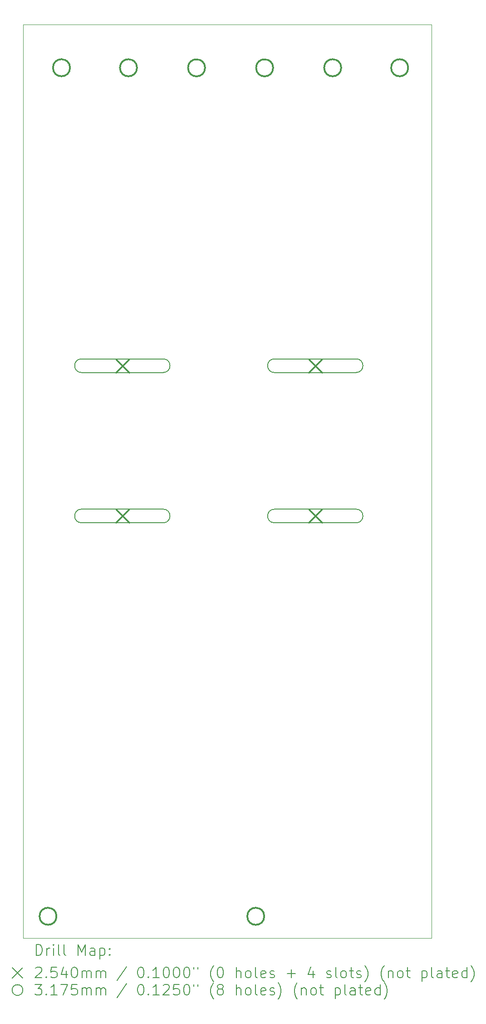
<source format=gbr>
%TF.GenerationSoftware,KiCad,Pcbnew,7.0.1*%
%TF.CreationDate,2024-07-12T17:00:14-07:00*%
%TF.ProjectId,air_foil_pcb,6169725f-666f-4696-9c5f-7063622e6b69,rev?*%
%TF.SameCoordinates,Original*%
%TF.FileFunction,Drillmap*%
%TF.FilePolarity,Positive*%
%FSLAX45Y45*%
G04 Gerber Fmt 4.5, Leading zero omitted, Abs format (unit mm)*
G04 Created by KiCad (PCBNEW 7.0.1) date 2024-07-12 17:00:14*
%MOMM*%
%LPD*%
G01*
G04 APERTURE LIST*
%ADD10C,0.100000*%
%ADD11C,0.200000*%
%ADD12C,0.254000*%
%ADD13C,0.317500*%
G04 APERTURE END LIST*
D10*
X9723120Y-1983740D02*
X2103120Y-1983740D01*
X2103120Y-19001740D01*
X9723120Y-19001740D01*
X9723120Y-1983740D01*
D11*
D12*
X3827540Y-8209230D02*
X4081540Y-8463230D01*
X4081540Y-8209230D02*
X3827540Y-8463230D01*
D11*
X3192540Y-8463230D02*
X4716540Y-8463230D01*
X4716540Y-8463230D02*
G75*
G03*
X4716540Y-8209230I0J127000D01*
G01*
X4716540Y-8209230D02*
X3192540Y-8209230D01*
X3192540Y-8209230D02*
G75*
G03*
X3192540Y-8463230I0J-127000D01*
G01*
D12*
X3827540Y-11009230D02*
X4081540Y-11263230D01*
X4081540Y-11009230D02*
X3827540Y-11263230D01*
D11*
X3192540Y-11263230D02*
X4716540Y-11263230D01*
X4716540Y-11263230D02*
G75*
G03*
X4716540Y-11009230I0J127000D01*
G01*
X4716540Y-11009230D02*
X3192540Y-11009230D01*
X3192540Y-11009230D02*
G75*
G03*
X3192540Y-11263230I0J-127000D01*
G01*
D12*
X7427540Y-8209230D02*
X7681540Y-8463230D01*
X7681540Y-8209230D02*
X7427540Y-8463230D01*
D11*
X6792540Y-8463230D02*
X8316540Y-8463230D01*
X8316540Y-8463230D02*
G75*
G03*
X8316540Y-8209230I0J127000D01*
G01*
X8316540Y-8209230D02*
X6792540Y-8209230D01*
X6792540Y-8209230D02*
G75*
G03*
X6792540Y-8463230I0J-127000D01*
G01*
D12*
X7427540Y-11009230D02*
X7681540Y-11263230D01*
X7681540Y-11009230D02*
X7427540Y-11263230D01*
D11*
X6792540Y-11263230D02*
X8316540Y-11263230D01*
X8316540Y-11263230D02*
G75*
G03*
X8316540Y-11009230I0J127000D01*
G01*
X8316540Y-11009230D02*
X6792540Y-11009230D01*
X6792540Y-11009230D02*
G75*
G03*
X6792540Y-11263230I0J-127000D01*
G01*
D13*
X2726730Y-18592800D02*
G75*
G03*
X2726730Y-18592800I-158750J0D01*
G01*
X2977830Y-2786380D02*
G75*
G03*
X2977830Y-2786380I-158750J0D01*
G01*
X4227830Y-2786380D02*
G75*
G03*
X4227830Y-2786380I-158750J0D01*
G01*
X5497830Y-2787630D02*
G75*
G03*
X5497830Y-2787630I-158750J0D01*
G01*
X6602730Y-18592800D02*
G75*
G03*
X6602730Y-18592800I-158750J0D01*
G01*
X6767830Y-2787630D02*
G75*
G03*
X6767830Y-2787630I-158750J0D01*
G01*
X8037830Y-2786380D02*
G75*
G03*
X8037830Y-2786380I-158750J0D01*
G01*
X9287830Y-2786380D02*
G75*
G03*
X9287830Y-2786380I-158750J0D01*
G01*
D11*
X2345739Y-19319264D02*
X2345739Y-19119264D01*
X2345739Y-19119264D02*
X2393358Y-19119264D01*
X2393358Y-19119264D02*
X2421930Y-19128788D01*
X2421930Y-19128788D02*
X2440977Y-19147835D01*
X2440977Y-19147835D02*
X2450501Y-19166883D01*
X2450501Y-19166883D02*
X2460025Y-19204978D01*
X2460025Y-19204978D02*
X2460025Y-19233550D01*
X2460025Y-19233550D02*
X2450501Y-19271645D01*
X2450501Y-19271645D02*
X2440977Y-19290692D01*
X2440977Y-19290692D02*
X2421930Y-19309740D01*
X2421930Y-19309740D02*
X2393358Y-19319264D01*
X2393358Y-19319264D02*
X2345739Y-19319264D01*
X2545739Y-19319264D02*
X2545739Y-19185930D01*
X2545739Y-19224026D02*
X2555263Y-19204978D01*
X2555263Y-19204978D02*
X2564787Y-19195454D01*
X2564787Y-19195454D02*
X2583834Y-19185930D01*
X2583834Y-19185930D02*
X2602882Y-19185930D01*
X2669549Y-19319264D02*
X2669549Y-19185930D01*
X2669549Y-19119264D02*
X2660025Y-19128788D01*
X2660025Y-19128788D02*
X2669549Y-19138311D01*
X2669549Y-19138311D02*
X2679072Y-19128788D01*
X2679072Y-19128788D02*
X2669549Y-19119264D01*
X2669549Y-19119264D02*
X2669549Y-19138311D01*
X2793358Y-19319264D02*
X2774310Y-19309740D01*
X2774310Y-19309740D02*
X2764787Y-19290692D01*
X2764787Y-19290692D02*
X2764787Y-19119264D01*
X2898120Y-19319264D02*
X2879072Y-19309740D01*
X2879072Y-19309740D02*
X2869548Y-19290692D01*
X2869548Y-19290692D02*
X2869548Y-19119264D01*
X3126691Y-19319264D02*
X3126691Y-19119264D01*
X3126691Y-19119264D02*
X3193358Y-19262121D01*
X3193358Y-19262121D02*
X3260025Y-19119264D01*
X3260025Y-19119264D02*
X3260025Y-19319264D01*
X3440977Y-19319264D02*
X3440977Y-19214502D01*
X3440977Y-19214502D02*
X3431453Y-19195454D01*
X3431453Y-19195454D02*
X3412406Y-19185930D01*
X3412406Y-19185930D02*
X3374310Y-19185930D01*
X3374310Y-19185930D02*
X3355263Y-19195454D01*
X3440977Y-19309740D02*
X3421929Y-19319264D01*
X3421929Y-19319264D02*
X3374310Y-19319264D01*
X3374310Y-19319264D02*
X3355263Y-19309740D01*
X3355263Y-19309740D02*
X3345739Y-19290692D01*
X3345739Y-19290692D02*
X3345739Y-19271645D01*
X3345739Y-19271645D02*
X3355263Y-19252597D01*
X3355263Y-19252597D02*
X3374310Y-19243073D01*
X3374310Y-19243073D02*
X3421929Y-19243073D01*
X3421929Y-19243073D02*
X3440977Y-19233550D01*
X3536215Y-19185930D02*
X3536215Y-19385930D01*
X3536215Y-19195454D02*
X3555263Y-19185930D01*
X3555263Y-19185930D02*
X3593358Y-19185930D01*
X3593358Y-19185930D02*
X3612406Y-19195454D01*
X3612406Y-19195454D02*
X3621929Y-19204978D01*
X3621929Y-19204978D02*
X3631453Y-19224026D01*
X3631453Y-19224026D02*
X3631453Y-19281169D01*
X3631453Y-19281169D02*
X3621929Y-19300216D01*
X3621929Y-19300216D02*
X3612406Y-19309740D01*
X3612406Y-19309740D02*
X3593358Y-19319264D01*
X3593358Y-19319264D02*
X3555263Y-19319264D01*
X3555263Y-19319264D02*
X3536215Y-19309740D01*
X3717168Y-19300216D02*
X3726691Y-19309740D01*
X3726691Y-19309740D02*
X3717168Y-19319264D01*
X3717168Y-19319264D02*
X3707644Y-19309740D01*
X3707644Y-19309740D02*
X3717168Y-19300216D01*
X3717168Y-19300216D02*
X3717168Y-19319264D01*
X3717168Y-19195454D02*
X3726691Y-19204978D01*
X3726691Y-19204978D02*
X3717168Y-19214502D01*
X3717168Y-19214502D02*
X3707644Y-19204978D01*
X3707644Y-19204978D02*
X3717168Y-19195454D01*
X3717168Y-19195454D02*
X3717168Y-19214502D01*
X1898120Y-19546740D02*
X2098120Y-19746740D01*
X2098120Y-19546740D02*
X1898120Y-19746740D01*
X2336215Y-19558311D02*
X2345739Y-19548788D01*
X2345739Y-19548788D02*
X2364787Y-19539264D01*
X2364787Y-19539264D02*
X2412406Y-19539264D01*
X2412406Y-19539264D02*
X2431453Y-19548788D01*
X2431453Y-19548788D02*
X2440977Y-19558311D01*
X2440977Y-19558311D02*
X2450501Y-19577359D01*
X2450501Y-19577359D02*
X2450501Y-19596407D01*
X2450501Y-19596407D02*
X2440977Y-19624978D01*
X2440977Y-19624978D02*
X2326691Y-19739264D01*
X2326691Y-19739264D02*
X2450501Y-19739264D01*
X2536215Y-19720216D02*
X2545739Y-19729740D01*
X2545739Y-19729740D02*
X2536215Y-19739264D01*
X2536215Y-19739264D02*
X2526691Y-19729740D01*
X2526691Y-19729740D02*
X2536215Y-19720216D01*
X2536215Y-19720216D02*
X2536215Y-19739264D01*
X2726691Y-19539264D02*
X2631453Y-19539264D01*
X2631453Y-19539264D02*
X2621930Y-19634502D01*
X2621930Y-19634502D02*
X2631453Y-19624978D01*
X2631453Y-19624978D02*
X2650501Y-19615454D01*
X2650501Y-19615454D02*
X2698120Y-19615454D01*
X2698120Y-19615454D02*
X2717168Y-19624978D01*
X2717168Y-19624978D02*
X2726691Y-19634502D01*
X2726691Y-19634502D02*
X2736215Y-19653550D01*
X2736215Y-19653550D02*
X2736215Y-19701169D01*
X2736215Y-19701169D02*
X2726691Y-19720216D01*
X2726691Y-19720216D02*
X2717168Y-19729740D01*
X2717168Y-19729740D02*
X2698120Y-19739264D01*
X2698120Y-19739264D02*
X2650501Y-19739264D01*
X2650501Y-19739264D02*
X2631453Y-19729740D01*
X2631453Y-19729740D02*
X2621930Y-19720216D01*
X2907644Y-19605930D02*
X2907644Y-19739264D01*
X2860025Y-19529740D02*
X2812406Y-19672597D01*
X2812406Y-19672597D02*
X2936215Y-19672597D01*
X3050501Y-19539264D02*
X3069549Y-19539264D01*
X3069549Y-19539264D02*
X3088596Y-19548788D01*
X3088596Y-19548788D02*
X3098120Y-19558311D01*
X3098120Y-19558311D02*
X3107644Y-19577359D01*
X3107644Y-19577359D02*
X3117168Y-19615454D01*
X3117168Y-19615454D02*
X3117168Y-19663073D01*
X3117168Y-19663073D02*
X3107644Y-19701169D01*
X3107644Y-19701169D02*
X3098120Y-19720216D01*
X3098120Y-19720216D02*
X3088596Y-19729740D01*
X3088596Y-19729740D02*
X3069549Y-19739264D01*
X3069549Y-19739264D02*
X3050501Y-19739264D01*
X3050501Y-19739264D02*
X3031453Y-19729740D01*
X3031453Y-19729740D02*
X3021929Y-19720216D01*
X3021929Y-19720216D02*
X3012406Y-19701169D01*
X3012406Y-19701169D02*
X3002882Y-19663073D01*
X3002882Y-19663073D02*
X3002882Y-19615454D01*
X3002882Y-19615454D02*
X3012406Y-19577359D01*
X3012406Y-19577359D02*
X3021929Y-19558311D01*
X3021929Y-19558311D02*
X3031453Y-19548788D01*
X3031453Y-19548788D02*
X3050501Y-19539264D01*
X3202882Y-19739264D02*
X3202882Y-19605930D01*
X3202882Y-19624978D02*
X3212406Y-19615454D01*
X3212406Y-19615454D02*
X3231453Y-19605930D01*
X3231453Y-19605930D02*
X3260025Y-19605930D01*
X3260025Y-19605930D02*
X3279072Y-19615454D01*
X3279072Y-19615454D02*
X3288596Y-19634502D01*
X3288596Y-19634502D02*
X3288596Y-19739264D01*
X3288596Y-19634502D02*
X3298120Y-19615454D01*
X3298120Y-19615454D02*
X3317168Y-19605930D01*
X3317168Y-19605930D02*
X3345739Y-19605930D01*
X3345739Y-19605930D02*
X3364787Y-19615454D01*
X3364787Y-19615454D02*
X3374310Y-19634502D01*
X3374310Y-19634502D02*
X3374310Y-19739264D01*
X3469549Y-19739264D02*
X3469549Y-19605930D01*
X3469549Y-19624978D02*
X3479072Y-19615454D01*
X3479072Y-19615454D02*
X3498120Y-19605930D01*
X3498120Y-19605930D02*
X3526691Y-19605930D01*
X3526691Y-19605930D02*
X3545739Y-19615454D01*
X3545739Y-19615454D02*
X3555263Y-19634502D01*
X3555263Y-19634502D02*
X3555263Y-19739264D01*
X3555263Y-19634502D02*
X3564787Y-19615454D01*
X3564787Y-19615454D02*
X3583834Y-19605930D01*
X3583834Y-19605930D02*
X3612406Y-19605930D01*
X3612406Y-19605930D02*
X3631453Y-19615454D01*
X3631453Y-19615454D02*
X3640977Y-19634502D01*
X3640977Y-19634502D02*
X3640977Y-19739264D01*
X4031453Y-19529740D02*
X3860025Y-19786883D01*
X4288596Y-19539264D02*
X4307644Y-19539264D01*
X4307644Y-19539264D02*
X4326692Y-19548788D01*
X4326692Y-19548788D02*
X4336215Y-19558311D01*
X4336215Y-19558311D02*
X4345739Y-19577359D01*
X4345739Y-19577359D02*
X4355263Y-19615454D01*
X4355263Y-19615454D02*
X4355263Y-19663073D01*
X4355263Y-19663073D02*
X4345739Y-19701169D01*
X4345739Y-19701169D02*
X4336215Y-19720216D01*
X4336215Y-19720216D02*
X4326692Y-19729740D01*
X4326692Y-19729740D02*
X4307644Y-19739264D01*
X4307644Y-19739264D02*
X4288596Y-19739264D01*
X4288596Y-19739264D02*
X4269549Y-19729740D01*
X4269549Y-19729740D02*
X4260025Y-19720216D01*
X4260025Y-19720216D02*
X4250501Y-19701169D01*
X4250501Y-19701169D02*
X4240977Y-19663073D01*
X4240977Y-19663073D02*
X4240977Y-19615454D01*
X4240977Y-19615454D02*
X4250501Y-19577359D01*
X4250501Y-19577359D02*
X4260025Y-19558311D01*
X4260025Y-19558311D02*
X4269549Y-19548788D01*
X4269549Y-19548788D02*
X4288596Y-19539264D01*
X4440977Y-19720216D02*
X4450501Y-19729740D01*
X4450501Y-19729740D02*
X4440977Y-19739264D01*
X4440977Y-19739264D02*
X4431454Y-19729740D01*
X4431454Y-19729740D02*
X4440977Y-19720216D01*
X4440977Y-19720216D02*
X4440977Y-19739264D01*
X4640977Y-19739264D02*
X4526692Y-19739264D01*
X4583834Y-19739264D02*
X4583834Y-19539264D01*
X4583834Y-19539264D02*
X4564787Y-19567835D01*
X4564787Y-19567835D02*
X4545739Y-19586883D01*
X4545739Y-19586883D02*
X4526692Y-19596407D01*
X4764787Y-19539264D02*
X4783835Y-19539264D01*
X4783835Y-19539264D02*
X4802882Y-19548788D01*
X4802882Y-19548788D02*
X4812406Y-19558311D01*
X4812406Y-19558311D02*
X4821930Y-19577359D01*
X4821930Y-19577359D02*
X4831454Y-19615454D01*
X4831454Y-19615454D02*
X4831454Y-19663073D01*
X4831454Y-19663073D02*
X4821930Y-19701169D01*
X4821930Y-19701169D02*
X4812406Y-19720216D01*
X4812406Y-19720216D02*
X4802882Y-19729740D01*
X4802882Y-19729740D02*
X4783835Y-19739264D01*
X4783835Y-19739264D02*
X4764787Y-19739264D01*
X4764787Y-19739264D02*
X4745739Y-19729740D01*
X4745739Y-19729740D02*
X4736215Y-19720216D01*
X4736215Y-19720216D02*
X4726692Y-19701169D01*
X4726692Y-19701169D02*
X4717168Y-19663073D01*
X4717168Y-19663073D02*
X4717168Y-19615454D01*
X4717168Y-19615454D02*
X4726692Y-19577359D01*
X4726692Y-19577359D02*
X4736215Y-19558311D01*
X4736215Y-19558311D02*
X4745739Y-19548788D01*
X4745739Y-19548788D02*
X4764787Y-19539264D01*
X4955263Y-19539264D02*
X4974311Y-19539264D01*
X4974311Y-19539264D02*
X4993358Y-19548788D01*
X4993358Y-19548788D02*
X5002882Y-19558311D01*
X5002882Y-19558311D02*
X5012406Y-19577359D01*
X5012406Y-19577359D02*
X5021930Y-19615454D01*
X5021930Y-19615454D02*
X5021930Y-19663073D01*
X5021930Y-19663073D02*
X5012406Y-19701169D01*
X5012406Y-19701169D02*
X5002882Y-19720216D01*
X5002882Y-19720216D02*
X4993358Y-19729740D01*
X4993358Y-19729740D02*
X4974311Y-19739264D01*
X4974311Y-19739264D02*
X4955263Y-19739264D01*
X4955263Y-19739264D02*
X4936215Y-19729740D01*
X4936215Y-19729740D02*
X4926692Y-19720216D01*
X4926692Y-19720216D02*
X4917168Y-19701169D01*
X4917168Y-19701169D02*
X4907644Y-19663073D01*
X4907644Y-19663073D02*
X4907644Y-19615454D01*
X4907644Y-19615454D02*
X4917168Y-19577359D01*
X4917168Y-19577359D02*
X4926692Y-19558311D01*
X4926692Y-19558311D02*
X4936215Y-19548788D01*
X4936215Y-19548788D02*
X4955263Y-19539264D01*
X5145739Y-19539264D02*
X5164787Y-19539264D01*
X5164787Y-19539264D02*
X5183835Y-19548788D01*
X5183835Y-19548788D02*
X5193358Y-19558311D01*
X5193358Y-19558311D02*
X5202882Y-19577359D01*
X5202882Y-19577359D02*
X5212406Y-19615454D01*
X5212406Y-19615454D02*
X5212406Y-19663073D01*
X5212406Y-19663073D02*
X5202882Y-19701169D01*
X5202882Y-19701169D02*
X5193358Y-19720216D01*
X5193358Y-19720216D02*
X5183835Y-19729740D01*
X5183835Y-19729740D02*
X5164787Y-19739264D01*
X5164787Y-19739264D02*
X5145739Y-19739264D01*
X5145739Y-19739264D02*
X5126692Y-19729740D01*
X5126692Y-19729740D02*
X5117168Y-19720216D01*
X5117168Y-19720216D02*
X5107644Y-19701169D01*
X5107644Y-19701169D02*
X5098120Y-19663073D01*
X5098120Y-19663073D02*
X5098120Y-19615454D01*
X5098120Y-19615454D02*
X5107644Y-19577359D01*
X5107644Y-19577359D02*
X5117168Y-19558311D01*
X5117168Y-19558311D02*
X5126692Y-19548788D01*
X5126692Y-19548788D02*
X5145739Y-19539264D01*
X5288596Y-19539264D02*
X5288596Y-19577359D01*
X5364787Y-19539264D02*
X5364787Y-19577359D01*
X5660025Y-19815454D02*
X5650501Y-19805930D01*
X5650501Y-19805930D02*
X5631454Y-19777359D01*
X5631454Y-19777359D02*
X5621930Y-19758311D01*
X5621930Y-19758311D02*
X5612406Y-19729740D01*
X5612406Y-19729740D02*
X5602882Y-19682121D01*
X5602882Y-19682121D02*
X5602882Y-19644026D01*
X5602882Y-19644026D02*
X5612406Y-19596407D01*
X5612406Y-19596407D02*
X5621930Y-19567835D01*
X5621930Y-19567835D02*
X5631454Y-19548788D01*
X5631454Y-19548788D02*
X5650501Y-19520216D01*
X5650501Y-19520216D02*
X5660025Y-19510692D01*
X5774311Y-19539264D02*
X5793358Y-19539264D01*
X5793358Y-19539264D02*
X5812406Y-19548788D01*
X5812406Y-19548788D02*
X5821930Y-19558311D01*
X5821930Y-19558311D02*
X5831454Y-19577359D01*
X5831454Y-19577359D02*
X5840977Y-19615454D01*
X5840977Y-19615454D02*
X5840977Y-19663073D01*
X5840977Y-19663073D02*
X5831454Y-19701169D01*
X5831454Y-19701169D02*
X5821930Y-19720216D01*
X5821930Y-19720216D02*
X5812406Y-19729740D01*
X5812406Y-19729740D02*
X5793358Y-19739264D01*
X5793358Y-19739264D02*
X5774311Y-19739264D01*
X5774311Y-19739264D02*
X5755263Y-19729740D01*
X5755263Y-19729740D02*
X5745739Y-19720216D01*
X5745739Y-19720216D02*
X5736215Y-19701169D01*
X5736215Y-19701169D02*
X5726692Y-19663073D01*
X5726692Y-19663073D02*
X5726692Y-19615454D01*
X5726692Y-19615454D02*
X5736215Y-19577359D01*
X5736215Y-19577359D02*
X5745739Y-19558311D01*
X5745739Y-19558311D02*
X5755263Y-19548788D01*
X5755263Y-19548788D02*
X5774311Y-19539264D01*
X6079073Y-19739264D02*
X6079073Y-19539264D01*
X6164787Y-19739264D02*
X6164787Y-19634502D01*
X6164787Y-19634502D02*
X6155263Y-19615454D01*
X6155263Y-19615454D02*
X6136216Y-19605930D01*
X6136216Y-19605930D02*
X6107644Y-19605930D01*
X6107644Y-19605930D02*
X6088596Y-19615454D01*
X6088596Y-19615454D02*
X6079073Y-19624978D01*
X6288596Y-19739264D02*
X6269549Y-19729740D01*
X6269549Y-19729740D02*
X6260025Y-19720216D01*
X6260025Y-19720216D02*
X6250501Y-19701169D01*
X6250501Y-19701169D02*
X6250501Y-19644026D01*
X6250501Y-19644026D02*
X6260025Y-19624978D01*
X6260025Y-19624978D02*
X6269549Y-19615454D01*
X6269549Y-19615454D02*
X6288596Y-19605930D01*
X6288596Y-19605930D02*
X6317168Y-19605930D01*
X6317168Y-19605930D02*
X6336216Y-19615454D01*
X6336216Y-19615454D02*
X6345739Y-19624978D01*
X6345739Y-19624978D02*
X6355263Y-19644026D01*
X6355263Y-19644026D02*
X6355263Y-19701169D01*
X6355263Y-19701169D02*
X6345739Y-19720216D01*
X6345739Y-19720216D02*
X6336216Y-19729740D01*
X6336216Y-19729740D02*
X6317168Y-19739264D01*
X6317168Y-19739264D02*
X6288596Y-19739264D01*
X6469549Y-19739264D02*
X6450501Y-19729740D01*
X6450501Y-19729740D02*
X6440977Y-19710692D01*
X6440977Y-19710692D02*
X6440977Y-19539264D01*
X6621930Y-19729740D02*
X6602882Y-19739264D01*
X6602882Y-19739264D02*
X6564787Y-19739264D01*
X6564787Y-19739264D02*
X6545739Y-19729740D01*
X6545739Y-19729740D02*
X6536216Y-19710692D01*
X6536216Y-19710692D02*
X6536216Y-19634502D01*
X6536216Y-19634502D02*
X6545739Y-19615454D01*
X6545739Y-19615454D02*
X6564787Y-19605930D01*
X6564787Y-19605930D02*
X6602882Y-19605930D01*
X6602882Y-19605930D02*
X6621930Y-19615454D01*
X6621930Y-19615454D02*
X6631454Y-19634502D01*
X6631454Y-19634502D02*
X6631454Y-19653550D01*
X6631454Y-19653550D02*
X6536216Y-19672597D01*
X6707644Y-19729740D02*
X6726692Y-19739264D01*
X6726692Y-19739264D02*
X6764787Y-19739264D01*
X6764787Y-19739264D02*
X6783835Y-19729740D01*
X6783835Y-19729740D02*
X6793358Y-19710692D01*
X6793358Y-19710692D02*
X6793358Y-19701169D01*
X6793358Y-19701169D02*
X6783835Y-19682121D01*
X6783835Y-19682121D02*
X6764787Y-19672597D01*
X6764787Y-19672597D02*
X6736216Y-19672597D01*
X6736216Y-19672597D02*
X6717168Y-19663073D01*
X6717168Y-19663073D02*
X6707644Y-19644026D01*
X6707644Y-19644026D02*
X6707644Y-19634502D01*
X6707644Y-19634502D02*
X6717168Y-19615454D01*
X6717168Y-19615454D02*
X6736216Y-19605930D01*
X6736216Y-19605930D02*
X6764787Y-19605930D01*
X6764787Y-19605930D02*
X6783835Y-19615454D01*
X7031454Y-19663073D02*
X7183835Y-19663073D01*
X7107644Y-19739264D02*
X7107644Y-19586883D01*
X7517168Y-19605930D02*
X7517168Y-19739264D01*
X7469549Y-19529740D02*
X7421930Y-19672597D01*
X7421930Y-19672597D02*
X7545739Y-19672597D01*
X7764787Y-19729740D02*
X7783835Y-19739264D01*
X7783835Y-19739264D02*
X7821930Y-19739264D01*
X7821930Y-19739264D02*
X7840978Y-19729740D01*
X7840978Y-19729740D02*
X7850501Y-19710692D01*
X7850501Y-19710692D02*
X7850501Y-19701169D01*
X7850501Y-19701169D02*
X7840978Y-19682121D01*
X7840978Y-19682121D02*
X7821930Y-19672597D01*
X7821930Y-19672597D02*
X7793359Y-19672597D01*
X7793359Y-19672597D02*
X7774311Y-19663073D01*
X7774311Y-19663073D02*
X7764787Y-19644026D01*
X7764787Y-19644026D02*
X7764787Y-19634502D01*
X7764787Y-19634502D02*
X7774311Y-19615454D01*
X7774311Y-19615454D02*
X7793359Y-19605930D01*
X7793359Y-19605930D02*
X7821930Y-19605930D01*
X7821930Y-19605930D02*
X7840978Y-19615454D01*
X7964787Y-19739264D02*
X7945740Y-19729740D01*
X7945740Y-19729740D02*
X7936216Y-19710692D01*
X7936216Y-19710692D02*
X7936216Y-19539264D01*
X8069549Y-19739264D02*
X8050501Y-19729740D01*
X8050501Y-19729740D02*
X8040978Y-19720216D01*
X8040978Y-19720216D02*
X8031454Y-19701169D01*
X8031454Y-19701169D02*
X8031454Y-19644026D01*
X8031454Y-19644026D02*
X8040978Y-19624978D01*
X8040978Y-19624978D02*
X8050501Y-19615454D01*
X8050501Y-19615454D02*
X8069549Y-19605930D01*
X8069549Y-19605930D02*
X8098121Y-19605930D01*
X8098121Y-19605930D02*
X8117168Y-19615454D01*
X8117168Y-19615454D02*
X8126692Y-19624978D01*
X8126692Y-19624978D02*
X8136216Y-19644026D01*
X8136216Y-19644026D02*
X8136216Y-19701169D01*
X8136216Y-19701169D02*
X8126692Y-19720216D01*
X8126692Y-19720216D02*
X8117168Y-19729740D01*
X8117168Y-19729740D02*
X8098121Y-19739264D01*
X8098121Y-19739264D02*
X8069549Y-19739264D01*
X8193359Y-19605930D02*
X8269549Y-19605930D01*
X8221930Y-19539264D02*
X8221930Y-19710692D01*
X8221930Y-19710692D02*
X8231454Y-19729740D01*
X8231454Y-19729740D02*
X8250501Y-19739264D01*
X8250501Y-19739264D02*
X8269549Y-19739264D01*
X8326692Y-19729740D02*
X8345740Y-19739264D01*
X8345740Y-19739264D02*
X8383835Y-19739264D01*
X8383835Y-19739264D02*
X8402883Y-19729740D01*
X8402883Y-19729740D02*
X8412406Y-19710692D01*
X8412406Y-19710692D02*
X8412406Y-19701169D01*
X8412406Y-19701169D02*
X8402883Y-19682121D01*
X8402883Y-19682121D02*
X8383835Y-19672597D01*
X8383835Y-19672597D02*
X8355263Y-19672597D01*
X8355263Y-19672597D02*
X8336216Y-19663073D01*
X8336216Y-19663073D02*
X8326692Y-19644026D01*
X8326692Y-19644026D02*
X8326692Y-19634502D01*
X8326692Y-19634502D02*
X8336216Y-19615454D01*
X8336216Y-19615454D02*
X8355263Y-19605930D01*
X8355263Y-19605930D02*
X8383835Y-19605930D01*
X8383835Y-19605930D02*
X8402883Y-19615454D01*
X8479073Y-19815454D02*
X8488597Y-19805930D01*
X8488597Y-19805930D02*
X8507644Y-19777359D01*
X8507644Y-19777359D02*
X8517168Y-19758311D01*
X8517168Y-19758311D02*
X8526692Y-19729740D01*
X8526692Y-19729740D02*
X8536216Y-19682121D01*
X8536216Y-19682121D02*
X8536216Y-19644026D01*
X8536216Y-19644026D02*
X8526692Y-19596407D01*
X8526692Y-19596407D02*
X8517168Y-19567835D01*
X8517168Y-19567835D02*
X8507644Y-19548788D01*
X8507644Y-19548788D02*
X8488597Y-19520216D01*
X8488597Y-19520216D02*
X8479073Y-19510692D01*
X8840978Y-19815454D02*
X8831454Y-19805930D01*
X8831454Y-19805930D02*
X8812406Y-19777359D01*
X8812406Y-19777359D02*
X8802883Y-19758311D01*
X8802883Y-19758311D02*
X8793359Y-19729740D01*
X8793359Y-19729740D02*
X8783835Y-19682121D01*
X8783835Y-19682121D02*
X8783835Y-19644026D01*
X8783835Y-19644026D02*
X8793359Y-19596407D01*
X8793359Y-19596407D02*
X8802883Y-19567835D01*
X8802883Y-19567835D02*
X8812406Y-19548788D01*
X8812406Y-19548788D02*
X8831454Y-19520216D01*
X8831454Y-19520216D02*
X8840978Y-19510692D01*
X8917168Y-19605930D02*
X8917168Y-19739264D01*
X8917168Y-19624978D02*
X8926692Y-19615454D01*
X8926692Y-19615454D02*
X8945740Y-19605930D01*
X8945740Y-19605930D02*
X8974311Y-19605930D01*
X8974311Y-19605930D02*
X8993359Y-19615454D01*
X8993359Y-19615454D02*
X9002883Y-19634502D01*
X9002883Y-19634502D02*
X9002883Y-19739264D01*
X9126692Y-19739264D02*
X9107644Y-19729740D01*
X9107644Y-19729740D02*
X9098121Y-19720216D01*
X9098121Y-19720216D02*
X9088597Y-19701169D01*
X9088597Y-19701169D02*
X9088597Y-19644026D01*
X9088597Y-19644026D02*
X9098121Y-19624978D01*
X9098121Y-19624978D02*
X9107644Y-19615454D01*
X9107644Y-19615454D02*
X9126692Y-19605930D01*
X9126692Y-19605930D02*
X9155264Y-19605930D01*
X9155264Y-19605930D02*
X9174311Y-19615454D01*
X9174311Y-19615454D02*
X9183835Y-19624978D01*
X9183835Y-19624978D02*
X9193359Y-19644026D01*
X9193359Y-19644026D02*
X9193359Y-19701169D01*
X9193359Y-19701169D02*
X9183835Y-19720216D01*
X9183835Y-19720216D02*
X9174311Y-19729740D01*
X9174311Y-19729740D02*
X9155264Y-19739264D01*
X9155264Y-19739264D02*
X9126692Y-19739264D01*
X9250502Y-19605930D02*
X9326692Y-19605930D01*
X9279073Y-19539264D02*
X9279073Y-19710692D01*
X9279073Y-19710692D02*
X9288597Y-19729740D01*
X9288597Y-19729740D02*
X9307644Y-19739264D01*
X9307644Y-19739264D02*
X9326692Y-19739264D01*
X9545740Y-19605930D02*
X9545740Y-19805930D01*
X9545740Y-19615454D02*
X9564787Y-19605930D01*
X9564787Y-19605930D02*
X9602883Y-19605930D01*
X9602883Y-19605930D02*
X9621930Y-19615454D01*
X9621930Y-19615454D02*
X9631454Y-19624978D01*
X9631454Y-19624978D02*
X9640978Y-19644026D01*
X9640978Y-19644026D02*
X9640978Y-19701169D01*
X9640978Y-19701169D02*
X9631454Y-19720216D01*
X9631454Y-19720216D02*
X9621930Y-19729740D01*
X9621930Y-19729740D02*
X9602883Y-19739264D01*
X9602883Y-19739264D02*
X9564787Y-19739264D01*
X9564787Y-19739264D02*
X9545740Y-19729740D01*
X9755264Y-19739264D02*
X9736216Y-19729740D01*
X9736216Y-19729740D02*
X9726692Y-19710692D01*
X9726692Y-19710692D02*
X9726692Y-19539264D01*
X9917168Y-19739264D02*
X9917168Y-19634502D01*
X9917168Y-19634502D02*
X9907645Y-19615454D01*
X9907645Y-19615454D02*
X9888597Y-19605930D01*
X9888597Y-19605930D02*
X9850502Y-19605930D01*
X9850502Y-19605930D02*
X9831454Y-19615454D01*
X9917168Y-19729740D02*
X9898121Y-19739264D01*
X9898121Y-19739264D02*
X9850502Y-19739264D01*
X9850502Y-19739264D02*
X9831454Y-19729740D01*
X9831454Y-19729740D02*
X9821930Y-19710692D01*
X9821930Y-19710692D02*
X9821930Y-19691645D01*
X9821930Y-19691645D02*
X9831454Y-19672597D01*
X9831454Y-19672597D02*
X9850502Y-19663073D01*
X9850502Y-19663073D02*
X9898121Y-19663073D01*
X9898121Y-19663073D02*
X9917168Y-19653550D01*
X9983835Y-19605930D02*
X10060025Y-19605930D01*
X10012406Y-19539264D02*
X10012406Y-19710692D01*
X10012406Y-19710692D02*
X10021930Y-19729740D01*
X10021930Y-19729740D02*
X10040978Y-19739264D01*
X10040978Y-19739264D02*
X10060025Y-19739264D01*
X10202883Y-19729740D02*
X10183835Y-19739264D01*
X10183835Y-19739264D02*
X10145740Y-19739264D01*
X10145740Y-19739264D02*
X10126692Y-19729740D01*
X10126692Y-19729740D02*
X10117168Y-19710692D01*
X10117168Y-19710692D02*
X10117168Y-19634502D01*
X10117168Y-19634502D02*
X10126692Y-19615454D01*
X10126692Y-19615454D02*
X10145740Y-19605930D01*
X10145740Y-19605930D02*
X10183835Y-19605930D01*
X10183835Y-19605930D02*
X10202883Y-19615454D01*
X10202883Y-19615454D02*
X10212406Y-19634502D01*
X10212406Y-19634502D02*
X10212406Y-19653550D01*
X10212406Y-19653550D02*
X10117168Y-19672597D01*
X10383835Y-19739264D02*
X10383835Y-19539264D01*
X10383835Y-19729740D02*
X10364787Y-19739264D01*
X10364787Y-19739264D02*
X10326692Y-19739264D01*
X10326692Y-19739264D02*
X10307645Y-19729740D01*
X10307645Y-19729740D02*
X10298121Y-19720216D01*
X10298121Y-19720216D02*
X10288597Y-19701169D01*
X10288597Y-19701169D02*
X10288597Y-19644026D01*
X10288597Y-19644026D02*
X10298121Y-19624978D01*
X10298121Y-19624978D02*
X10307645Y-19615454D01*
X10307645Y-19615454D02*
X10326692Y-19605930D01*
X10326692Y-19605930D02*
X10364787Y-19605930D01*
X10364787Y-19605930D02*
X10383835Y-19615454D01*
X10460026Y-19815454D02*
X10469549Y-19805930D01*
X10469549Y-19805930D02*
X10488597Y-19777359D01*
X10488597Y-19777359D02*
X10498121Y-19758311D01*
X10498121Y-19758311D02*
X10507645Y-19729740D01*
X10507645Y-19729740D02*
X10517168Y-19682121D01*
X10517168Y-19682121D02*
X10517168Y-19644026D01*
X10517168Y-19644026D02*
X10507645Y-19596407D01*
X10507645Y-19596407D02*
X10498121Y-19567835D01*
X10498121Y-19567835D02*
X10488597Y-19548788D01*
X10488597Y-19548788D02*
X10469549Y-19520216D01*
X10469549Y-19520216D02*
X10460026Y-19510692D01*
X2098120Y-19966740D02*
G75*
G03*
X2098120Y-19966740I-100000J0D01*
G01*
X2326691Y-19859264D02*
X2450501Y-19859264D01*
X2450501Y-19859264D02*
X2383834Y-19935454D01*
X2383834Y-19935454D02*
X2412406Y-19935454D01*
X2412406Y-19935454D02*
X2431453Y-19944978D01*
X2431453Y-19944978D02*
X2440977Y-19954502D01*
X2440977Y-19954502D02*
X2450501Y-19973550D01*
X2450501Y-19973550D02*
X2450501Y-20021169D01*
X2450501Y-20021169D02*
X2440977Y-20040216D01*
X2440977Y-20040216D02*
X2431453Y-20049740D01*
X2431453Y-20049740D02*
X2412406Y-20059264D01*
X2412406Y-20059264D02*
X2355263Y-20059264D01*
X2355263Y-20059264D02*
X2336215Y-20049740D01*
X2336215Y-20049740D02*
X2326691Y-20040216D01*
X2536215Y-20040216D02*
X2545739Y-20049740D01*
X2545739Y-20049740D02*
X2536215Y-20059264D01*
X2536215Y-20059264D02*
X2526691Y-20049740D01*
X2526691Y-20049740D02*
X2536215Y-20040216D01*
X2536215Y-20040216D02*
X2536215Y-20059264D01*
X2736215Y-20059264D02*
X2621930Y-20059264D01*
X2679072Y-20059264D02*
X2679072Y-19859264D01*
X2679072Y-19859264D02*
X2660025Y-19887835D01*
X2660025Y-19887835D02*
X2640977Y-19906883D01*
X2640977Y-19906883D02*
X2621930Y-19916407D01*
X2802882Y-19859264D02*
X2936215Y-19859264D01*
X2936215Y-19859264D02*
X2850501Y-20059264D01*
X3107644Y-19859264D02*
X3012406Y-19859264D01*
X3012406Y-19859264D02*
X3002882Y-19954502D01*
X3002882Y-19954502D02*
X3012406Y-19944978D01*
X3012406Y-19944978D02*
X3031453Y-19935454D01*
X3031453Y-19935454D02*
X3079072Y-19935454D01*
X3079072Y-19935454D02*
X3098120Y-19944978D01*
X3098120Y-19944978D02*
X3107644Y-19954502D01*
X3107644Y-19954502D02*
X3117168Y-19973550D01*
X3117168Y-19973550D02*
X3117168Y-20021169D01*
X3117168Y-20021169D02*
X3107644Y-20040216D01*
X3107644Y-20040216D02*
X3098120Y-20049740D01*
X3098120Y-20049740D02*
X3079072Y-20059264D01*
X3079072Y-20059264D02*
X3031453Y-20059264D01*
X3031453Y-20059264D02*
X3012406Y-20049740D01*
X3012406Y-20049740D02*
X3002882Y-20040216D01*
X3202882Y-20059264D02*
X3202882Y-19925930D01*
X3202882Y-19944978D02*
X3212406Y-19935454D01*
X3212406Y-19935454D02*
X3231453Y-19925930D01*
X3231453Y-19925930D02*
X3260025Y-19925930D01*
X3260025Y-19925930D02*
X3279072Y-19935454D01*
X3279072Y-19935454D02*
X3288596Y-19954502D01*
X3288596Y-19954502D02*
X3288596Y-20059264D01*
X3288596Y-19954502D02*
X3298120Y-19935454D01*
X3298120Y-19935454D02*
X3317168Y-19925930D01*
X3317168Y-19925930D02*
X3345739Y-19925930D01*
X3345739Y-19925930D02*
X3364787Y-19935454D01*
X3364787Y-19935454D02*
X3374310Y-19954502D01*
X3374310Y-19954502D02*
X3374310Y-20059264D01*
X3469549Y-20059264D02*
X3469549Y-19925930D01*
X3469549Y-19944978D02*
X3479072Y-19935454D01*
X3479072Y-19935454D02*
X3498120Y-19925930D01*
X3498120Y-19925930D02*
X3526691Y-19925930D01*
X3526691Y-19925930D02*
X3545739Y-19935454D01*
X3545739Y-19935454D02*
X3555263Y-19954502D01*
X3555263Y-19954502D02*
X3555263Y-20059264D01*
X3555263Y-19954502D02*
X3564787Y-19935454D01*
X3564787Y-19935454D02*
X3583834Y-19925930D01*
X3583834Y-19925930D02*
X3612406Y-19925930D01*
X3612406Y-19925930D02*
X3631453Y-19935454D01*
X3631453Y-19935454D02*
X3640977Y-19954502D01*
X3640977Y-19954502D02*
X3640977Y-20059264D01*
X4031453Y-19849740D02*
X3860025Y-20106883D01*
X4288596Y-19859264D02*
X4307644Y-19859264D01*
X4307644Y-19859264D02*
X4326692Y-19868788D01*
X4326692Y-19868788D02*
X4336215Y-19878311D01*
X4336215Y-19878311D02*
X4345739Y-19897359D01*
X4345739Y-19897359D02*
X4355263Y-19935454D01*
X4355263Y-19935454D02*
X4355263Y-19983073D01*
X4355263Y-19983073D02*
X4345739Y-20021169D01*
X4345739Y-20021169D02*
X4336215Y-20040216D01*
X4336215Y-20040216D02*
X4326692Y-20049740D01*
X4326692Y-20049740D02*
X4307644Y-20059264D01*
X4307644Y-20059264D02*
X4288596Y-20059264D01*
X4288596Y-20059264D02*
X4269549Y-20049740D01*
X4269549Y-20049740D02*
X4260025Y-20040216D01*
X4260025Y-20040216D02*
X4250501Y-20021169D01*
X4250501Y-20021169D02*
X4240977Y-19983073D01*
X4240977Y-19983073D02*
X4240977Y-19935454D01*
X4240977Y-19935454D02*
X4250501Y-19897359D01*
X4250501Y-19897359D02*
X4260025Y-19878311D01*
X4260025Y-19878311D02*
X4269549Y-19868788D01*
X4269549Y-19868788D02*
X4288596Y-19859264D01*
X4440977Y-20040216D02*
X4450501Y-20049740D01*
X4450501Y-20049740D02*
X4440977Y-20059264D01*
X4440977Y-20059264D02*
X4431454Y-20049740D01*
X4431454Y-20049740D02*
X4440977Y-20040216D01*
X4440977Y-20040216D02*
X4440977Y-20059264D01*
X4640977Y-20059264D02*
X4526692Y-20059264D01*
X4583834Y-20059264D02*
X4583834Y-19859264D01*
X4583834Y-19859264D02*
X4564787Y-19887835D01*
X4564787Y-19887835D02*
X4545739Y-19906883D01*
X4545739Y-19906883D02*
X4526692Y-19916407D01*
X4717168Y-19878311D02*
X4726692Y-19868788D01*
X4726692Y-19868788D02*
X4745739Y-19859264D01*
X4745739Y-19859264D02*
X4793358Y-19859264D01*
X4793358Y-19859264D02*
X4812406Y-19868788D01*
X4812406Y-19868788D02*
X4821930Y-19878311D01*
X4821930Y-19878311D02*
X4831454Y-19897359D01*
X4831454Y-19897359D02*
X4831454Y-19916407D01*
X4831454Y-19916407D02*
X4821930Y-19944978D01*
X4821930Y-19944978D02*
X4707644Y-20059264D01*
X4707644Y-20059264D02*
X4831454Y-20059264D01*
X5012406Y-19859264D02*
X4917168Y-19859264D01*
X4917168Y-19859264D02*
X4907644Y-19954502D01*
X4907644Y-19954502D02*
X4917168Y-19944978D01*
X4917168Y-19944978D02*
X4936215Y-19935454D01*
X4936215Y-19935454D02*
X4983835Y-19935454D01*
X4983835Y-19935454D02*
X5002882Y-19944978D01*
X5002882Y-19944978D02*
X5012406Y-19954502D01*
X5012406Y-19954502D02*
X5021930Y-19973550D01*
X5021930Y-19973550D02*
X5021930Y-20021169D01*
X5021930Y-20021169D02*
X5012406Y-20040216D01*
X5012406Y-20040216D02*
X5002882Y-20049740D01*
X5002882Y-20049740D02*
X4983835Y-20059264D01*
X4983835Y-20059264D02*
X4936215Y-20059264D01*
X4936215Y-20059264D02*
X4917168Y-20049740D01*
X4917168Y-20049740D02*
X4907644Y-20040216D01*
X5145739Y-19859264D02*
X5164787Y-19859264D01*
X5164787Y-19859264D02*
X5183835Y-19868788D01*
X5183835Y-19868788D02*
X5193358Y-19878311D01*
X5193358Y-19878311D02*
X5202882Y-19897359D01*
X5202882Y-19897359D02*
X5212406Y-19935454D01*
X5212406Y-19935454D02*
X5212406Y-19983073D01*
X5212406Y-19983073D02*
X5202882Y-20021169D01*
X5202882Y-20021169D02*
X5193358Y-20040216D01*
X5193358Y-20040216D02*
X5183835Y-20049740D01*
X5183835Y-20049740D02*
X5164787Y-20059264D01*
X5164787Y-20059264D02*
X5145739Y-20059264D01*
X5145739Y-20059264D02*
X5126692Y-20049740D01*
X5126692Y-20049740D02*
X5117168Y-20040216D01*
X5117168Y-20040216D02*
X5107644Y-20021169D01*
X5107644Y-20021169D02*
X5098120Y-19983073D01*
X5098120Y-19983073D02*
X5098120Y-19935454D01*
X5098120Y-19935454D02*
X5107644Y-19897359D01*
X5107644Y-19897359D02*
X5117168Y-19878311D01*
X5117168Y-19878311D02*
X5126692Y-19868788D01*
X5126692Y-19868788D02*
X5145739Y-19859264D01*
X5288596Y-19859264D02*
X5288596Y-19897359D01*
X5364787Y-19859264D02*
X5364787Y-19897359D01*
X5660025Y-20135454D02*
X5650501Y-20125930D01*
X5650501Y-20125930D02*
X5631454Y-20097359D01*
X5631454Y-20097359D02*
X5621930Y-20078311D01*
X5621930Y-20078311D02*
X5612406Y-20049740D01*
X5612406Y-20049740D02*
X5602882Y-20002121D01*
X5602882Y-20002121D02*
X5602882Y-19964026D01*
X5602882Y-19964026D02*
X5612406Y-19916407D01*
X5612406Y-19916407D02*
X5621930Y-19887835D01*
X5621930Y-19887835D02*
X5631454Y-19868788D01*
X5631454Y-19868788D02*
X5650501Y-19840216D01*
X5650501Y-19840216D02*
X5660025Y-19830692D01*
X5764787Y-19944978D02*
X5745739Y-19935454D01*
X5745739Y-19935454D02*
X5736215Y-19925930D01*
X5736215Y-19925930D02*
X5726692Y-19906883D01*
X5726692Y-19906883D02*
X5726692Y-19897359D01*
X5726692Y-19897359D02*
X5736215Y-19878311D01*
X5736215Y-19878311D02*
X5745739Y-19868788D01*
X5745739Y-19868788D02*
X5764787Y-19859264D01*
X5764787Y-19859264D02*
X5802882Y-19859264D01*
X5802882Y-19859264D02*
X5821930Y-19868788D01*
X5821930Y-19868788D02*
X5831454Y-19878311D01*
X5831454Y-19878311D02*
X5840977Y-19897359D01*
X5840977Y-19897359D02*
X5840977Y-19906883D01*
X5840977Y-19906883D02*
X5831454Y-19925930D01*
X5831454Y-19925930D02*
X5821930Y-19935454D01*
X5821930Y-19935454D02*
X5802882Y-19944978D01*
X5802882Y-19944978D02*
X5764787Y-19944978D01*
X5764787Y-19944978D02*
X5745739Y-19954502D01*
X5745739Y-19954502D02*
X5736215Y-19964026D01*
X5736215Y-19964026D02*
X5726692Y-19983073D01*
X5726692Y-19983073D02*
X5726692Y-20021169D01*
X5726692Y-20021169D02*
X5736215Y-20040216D01*
X5736215Y-20040216D02*
X5745739Y-20049740D01*
X5745739Y-20049740D02*
X5764787Y-20059264D01*
X5764787Y-20059264D02*
X5802882Y-20059264D01*
X5802882Y-20059264D02*
X5821930Y-20049740D01*
X5821930Y-20049740D02*
X5831454Y-20040216D01*
X5831454Y-20040216D02*
X5840977Y-20021169D01*
X5840977Y-20021169D02*
X5840977Y-19983073D01*
X5840977Y-19983073D02*
X5831454Y-19964026D01*
X5831454Y-19964026D02*
X5821930Y-19954502D01*
X5821930Y-19954502D02*
X5802882Y-19944978D01*
X6079073Y-20059264D02*
X6079073Y-19859264D01*
X6164787Y-20059264D02*
X6164787Y-19954502D01*
X6164787Y-19954502D02*
X6155263Y-19935454D01*
X6155263Y-19935454D02*
X6136216Y-19925930D01*
X6136216Y-19925930D02*
X6107644Y-19925930D01*
X6107644Y-19925930D02*
X6088596Y-19935454D01*
X6088596Y-19935454D02*
X6079073Y-19944978D01*
X6288596Y-20059264D02*
X6269549Y-20049740D01*
X6269549Y-20049740D02*
X6260025Y-20040216D01*
X6260025Y-20040216D02*
X6250501Y-20021169D01*
X6250501Y-20021169D02*
X6250501Y-19964026D01*
X6250501Y-19964026D02*
X6260025Y-19944978D01*
X6260025Y-19944978D02*
X6269549Y-19935454D01*
X6269549Y-19935454D02*
X6288596Y-19925930D01*
X6288596Y-19925930D02*
X6317168Y-19925930D01*
X6317168Y-19925930D02*
X6336216Y-19935454D01*
X6336216Y-19935454D02*
X6345739Y-19944978D01*
X6345739Y-19944978D02*
X6355263Y-19964026D01*
X6355263Y-19964026D02*
X6355263Y-20021169D01*
X6355263Y-20021169D02*
X6345739Y-20040216D01*
X6345739Y-20040216D02*
X6336216Y-20049740D01*
X6336216Y-20049740D02*
X6317168Y-20059264D01*
X6317168Y-20059264D02*
X6288596Y-20059264D01*
X6469549Y-20059264D02*
X6450501Y-20049740D01*
X6450501Y-20049740D02*
X6440977Y-20030692D01*
X6440977Y-20030692D02*
X6440977Y-19859264D01*
X6621930Y-20049740D02*
X6602882Y-20059264D01*
X6602882Y-20059264D02*
X6564787Y-20059264D01*
X6564787Y-20059264D02*
X6545739Y-20049740D01*
X6545739Y-20049740D02*
X6536216Y-20030692D01*
X6536216Y-20030692D02*
X6536216Y-19954502D01*
X6536216Y-19954502D02*
X6545739Y-19935454D01*
X6545739Y-19935454D02*
X6564787Y-19925930D01*
X6564787Y-19925930D02*
X6602882Y-19925930D01*
X6602882Y-19925930D02*
X6621930Y-19935454D01*
X6621930Y-19935454D02*
X6631454Y-19954502D01*
X6631454Y-19954502D02*
X6631454Y-19973550D01*
X6631454Y-19973550D02*
X6536216Y-19992597D01*
X6707644Y-20049740D02*
X6726692Y-20059264D01*
X6726692Y-20059264D02*
X6764787Y-20059264D01*
X6764787Y-20059264D02*
X6783835Y-20049740D01*
X6783835Y-20049740D02*
X6793358Y-20030692D01*
X6793358Y-20030692D02*
X6793358Y-20021169D01*
X6793358Y-20021169D02*
X6783835Y-20002121D01*
X6783835Y-20002121D02*
X6764787Y-19992597D01*
X6764787Y-19992597D02*
X6736216Y-19992597D01*
X6736216Y-19992597D02*
X6717168Y-19983073D01*
X6717168Y-19983073D02*
X6707644Y-19964026D01*
X6707644Y-19964026D02*
X6707644Y-19954502D01*
X6707644Y-19954502D02*
X6717168Y-19935454D01*
X6717168Y-19935454D02*
X6736216Y-19925930D01*
X6736216Y-19925930D02*
X6764787Y-19925930D01*
X6764787Y-19925930D02*
X6783835Y-19935454D01*
X6860025Y-20135454D02*
X6869549Y-20125930D01*
X6869549Y-20125930D02*
X6888597Y-20097359D01*
X6888597Y-20097359D02*
X6898120Y-20078311D01*
X6898120Y-20078311D02*
X6907644Y-20049740D01*
X6907644Y-20049740D02*
X6917168Y-20002121D01*
X6917168Y-20002121D02*
X6917168Y-19964026D01*
X6917168Y-19964026D02*
X6907644Y-19916407D01*
X6907644Y-19916407D02*
X6898120Y-19887835D01*
X6898120Y-19887835D02*
X6888597Y-19868788D01*
X6888597Y-19868788D02*
X6869549Y-19840216D01*
X6869549Y-19840216D02*
X6860025Y-19830692D01*
X7221930Y-20135454D02*
X7212406Y-20125930D01*
X7212406Y-20125930D02*
X7193358Y-20097359D01*
X7193358Y-20097359D02*
X7183835Y-20078311D01*
X7183835Y-20078311D02*
X7174311Y-20049740D01*
X7174311Y-20049740D02*
X7164787Y-20002121D01*
X7164787Y-20002121D02*
X7164787Y-19964026D01*
X7164787Y-19964026D02*
X7174311Y-19916407D01*
X7174311Y-19916407D02*
X7183835Y-19887835D01*
X7183835Y-19887835D02*
X7193358Y-19868788D01*
X7193358Y-19868788D02*
X7212406Y-19840216D01*
X7212406Y-19840216D02*
X7221930Y-19830692D01*
X7298120Y-19925930D02*
X7298120Y-20059264D01*
X7298120Y-19944978D02*
X7307644Y-19935454D01*
X7307644Y-19935454D02*
X7326692Y-19925930D01*
X7326692Y-19925930D02*
X7355263Y-19925930D01*
X7355263Y-19925930D02*
X7374311Y-19935454D01*
X7374311Y-19935454D02*
X7383835Y-19954502D01*
X7383835Y-19954502D02*
X7383835Y-20059264D01*
X7507644Y-20059264D02*
X7488597Y-20049740D01*
X7488597Y-20049740D02*
X7479073Y-20040216D01*
X7479073Y-20040216D02*
X7469549Y-20021169D01*
X7469549Y-20021169D02*
X7469549Y-19964026D01*
X7469549Y-19964026D02*
X7479073Y-19944978D01*
X7479073Y-19944978D02*
X7488597Y-19935454D01*
X7488597Y-19935454D02*
X7507644Y-19925930D01*
X7507644Y-19925930D02*
X7536216Y-19925930D01*
X7536216Y-19925930D02*
X7555263Y-19935454D01*
X7555263Y-19935454D02*
X7564787Y-19944978D01*
X7564787Y-19944978D02*
X7574311Y-19964026D01*
X7574311Y-19964026D02*
X7574311Y-20021169D01*
X7574311Y-20021169D02*
X7564787Y-20040216D01*
X7564787Y-20040216D02*
X7555263Y-20049740D01*
X7555263Y-20049740D02*
X7536216Y-20059264D01*
X7536216Y-20059264D02*
X7507644Y-20059264D01*
X7631454Y-19925930D02*
X7707644Y-19925930D01*
X7660025Y-19859264D02*
X7660025Y-20030692D01*
X7660025Y-20030692D02*
X7669549Y-20049740D01*
X7669549Y-20049740D02*
X7688597Y-20059264D01*
X7688597Y-20059264D02*
X7707644Y-20059264D01*
X7926692Y-19925930D02*
X7926692Y-20125930D01*
X7926692Y-19935454D02*
X7945739Y-19925930D01*
X7945739Y-19925930D02*
X7983835Y-19925930D01*
X7983835Y-19925930D02*
X8002882Y-19935454D01*
X8002882Y-19935454D02*
X8012406Y-19944978D01*
X8012406Y-19944978D02*
X8021930Y-19964026D01*
X8021930Y-19964026D02*
X8021930Y-20021169D01*
X8021930Y-20021169D02*
X8012406Y-20040216D01*
X8012406Y-20040216D02*
X8002882Y-20049740D01*
X8002882Y-20049740D02*
X7983835Y-20059264D01*
X7983835Y-20059264D02*
X7945739Y-20059264D01*
X7945739Y-20059264D02*
X7926692Y-20049740D01*
X8136216Y-20059264D02*
X8117168Y-20049740D01*
X8117168Y-20049740D02*
X8107644Y-20030692D01*
X8107644Y-20030692D02*
X8107644Y-19859264D01*
X8298120Y-20059264D02*
X8298120Y-19954502D01*
X8298120Y-19954502D02*
X8288597Y-19935454D01*
X8288597Y-19935454D02*
X8269549Y-19925930D01*
X8269549Y-19925930D02*
X8231454Y-19925930D01*
X8231454Y-19925930D02*
X8212406Y-19935454D01*
X8298120Y-20049740D02*
X8279073Y-20059264D01*
X8279073Y-20059264D02*
X8231454Y-20059264D01*
X8231454Y-20059264D02*
X8212406Y-20049740D01*
X8212406Y-20049740D02*
X8202882Y-20030692D01*
X8202882Y-20030692D02*
X8202882Y-20011645D01*
X8202882Y-20011645D02*
X8212406Y-19992597D01*
X8212406Y-19992597D02*
X8231454Y-19983073D01*
X8231454Y-19983073D02*
X8279073Y-19983073D01*
X8279073Y-19983073D02*
X8298120Y-19973550D01*
X8364787Y-19925930D02*
X8440978Y-19925930D01*
X8393359Y-19859264D02*
X8393359Y-20030692D01*
X8393359Y-20030692D02*
X8402882Y-20049740D01*
X8402882Y-20049740D02*
X8421930Y-20059264D01*
X8421930Y-20059264D02*
X8440978Y-20059264D01*
X8583835Y-20049740D02*
X8564787Y-20059264D01*
X8564787Y-20059264D02*
X8526692Y-20059264D01*
X8526692Y-20059264D02*
X8507644Y-20049740D01*
X8507644Y-20049740D02*
X8498121Y-20030692D01*
X8498121Y-20030692D02*
X8498121Y-19954502D01*
X8498121Y-19954502D02*
X8507644Y-19935454D01*
X8507644Y-19935454D02*
X8526692Y-19925930D01*
X8526692Y-19925930D02*
X8564787Y-19925930D01*
X8564787Y-19925930D02*
X8583835Y-19935454D01*
X8583835Y-19935454D02*
X8593359Y-19954502D01*
X8593359Y-19954502D02*
X8593359Y-19973550D01*
X8593359Y-19973550D02*
X8498121Y-19992597D01*
X8764787Y-20059264D02*
X8764787Y-19859264D01*
X8764787Y-20049740D02*
X8745740Y-20059264D01*
X8745740Y-20059264D02*
X8707644Y-20059264D01*
X8707644Y-20059264D02*
X8688597Y-20049740D01*
X8688597Y-20049740D02*
X8679073Y-20040216D01*
X8679073Y-20040216D02*
X8669549Y-20021169D01*
X8669549Y-20021169D02*
X8669549Y-19964026D01*
X8669549Y-19964026D02*
X8679073Y-19944978D01*
X8679073Y-19944978D02*
X8688597Y-19935454D01*
X8688597Y-19935454D02*
X8707644Y-19925930D01*
X8707644Y-19925930D02*
X8745740Y-19925930D01*
X8745740Y-19925930D02*
X8764787Y-19935454D01*
X8840978Y-20135454D02*
X8850502Y-20125930D01*
X8850502Y-20125930D02*
X8869549Y-20097359D01*
X8869549Y-20097359D02*
X8879073Y-20078311D01*
X8879073Y-20078311D02*
X8888597Y-20049740D01*
X8888597Y-20049740D02*
X8898121Y-20002121D01*
X8898121Y-20002121D02*
X8898121Y-19964026D01*
X8898121Y-19964026D02*
X8888597Y-19916407D01*
X8888597Y-19916407D02*
X8879073Y-19887835D01*
X8879073Y-19887835D02*
X8869549Y-19868788D01*
X8869549Y-19868788D02*
X8850502Y-19840216D01*
X8850502Y-19840216D02*
X8840978Y-19830692D01*
M02*

</source>
